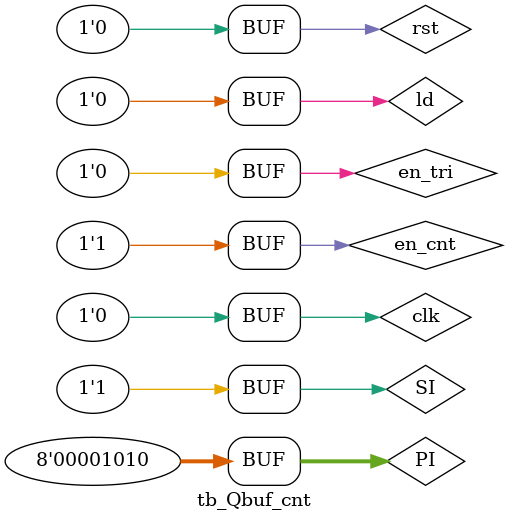
<source format=v>
`timescale 1ns/1ns

module tb_Qbuf_cnt();
    reg clk = 0 , rst = 0 , ld = 1 , en_cnt = 1 , en_tri = 1 , SI = 0;
    reg [7:0] PI = 8'b00001010;
    wire co , SO;

    bufcntQ UUT(.clk(clk) , .rst(rst) , .ld(ld) , .en_cnt(en_cnt) , .en_tri(en_tri) , .SI(SI) , .PI(PI) , .co(co) , .SO(SO));
    initial repeat(80) #500 clk = ~clk;
    initial begin
	#600 ld = 0 ;
             SI = 1;
	#1020 SI = 0;
	#1000 SI = 0;
	#500 SI = 1;
             en_tri = 0;
    end
endmodule
	

</source>
